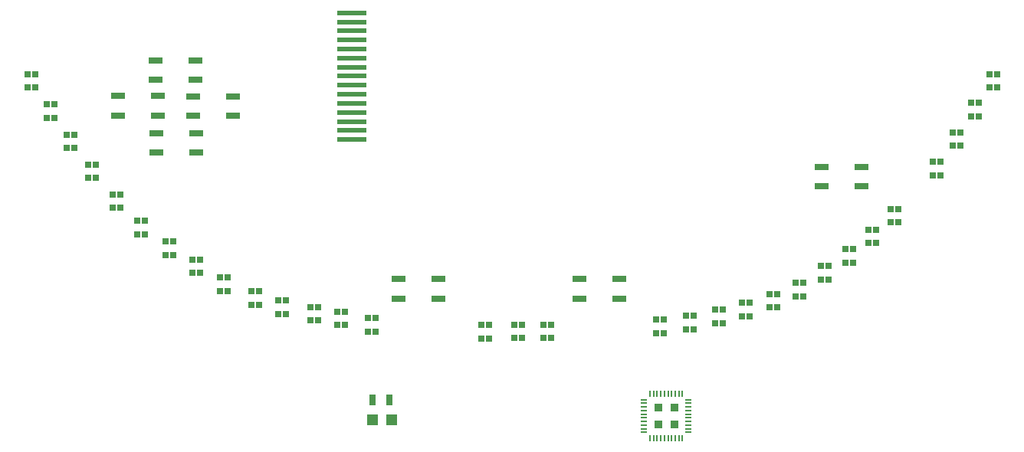
<source format=gtp>
G04 #@! TF.FileFunction,Paste,Top*
%FSLAX46Y46*%
G04 Gerber Fmt 4.6, Leading zero omitted, Abs format (unit mm)*
G04 Created by KiCad (PCBNEW 4.0.7+dfsg1-1ubuntu2) date Fri May 11 22:40:50 2018*
%MOMM*%
%LPD*%
G01*
G04 APERTURE LIST*
%ADD10C,0.100000*%
%ADD11R,1.198880X1.198880*%
%ADD12R,1.500000X0.647700*%
%ADD13O,0.680000X0.160000*%
%ADD14O,0.160000X0.680000*%
%ADD15R,0.828000X0.828000*%
%ADD16R,0.650000X0.800000*%
%ADD17R,0.700000X1.300000*%
%ADD18R,3.200000X0.500000*%
G04 APERTURE END LIST*
D10*
D11*
X113049020Y-115950000D03*
X110950980Y-115950000D03*
D12*
X86972640Y-76251160D03*
X91372640Y-76251160D03*
X86972640Y-78400000D03*
X91372640Y-78400000D03*
X82827360Y-80200000D03*
X87227360Y-80200000D03*
X82827360Y-82348840D03*
X87227360Y-82348840D03*
X87072640Y-84300000D03*
X91472640Y-84300000D03*
X87072640Y-86448840D03*
X91472640Y-86448840D03*
X91172640Y-80251160D03*
X95572640Y-80251160D03*
X91172640Y-82400000D03*
X95572640Y-82400000D03*
X138200000Y-102574420D03*
X133800000Y-102574420D03*
X138200000Y-100425580D03*
X133800000Y-100425580D03*
X160600000Y-88000000D03*
X165000000Y-88000000D03*
X160600000Y-90148840D03*
X165000000Y-90148840D03*
X113800000Y-100425580D03*
X118200000Y-100425580D03*
X113800000Y-102574420D03*
X118200000Y-102574420D03*
D13*
X140950000Y-113750000D03*
X140950000Y-114150000D03*
X140950000Y-114550000D03*
X140950000Y-114950000D03*
X140950000Y-115350000D03*
X140950000Y-115750000D03*
X140950000Y-116150000D03*
X140950000Y-116550000D03*
X140950000Y-116950000D03*
X140950000Y-117350000D03*
D14*
X141600000Y-118000000D03*
X142000000Y-118000000D03*
X142400000Y-118000000D03*
X142800000Y-118000000D03*
X143200000Y-118000000D03*
X143600000Y-118000000D03*
X144000000Y-118000000D03*
X144400000Y-118000000D03*
X144800000Y-118000000D03*
X145200000Y-118000000D03*
D13*
X145850000Y-117350000D03*
X145850000Y-116950000D03*
X145850000Y-116550000D03*
X145850000Y-116150000D03*
X145850000Y-115750000D03*
X145850000Y-115350000D03*
X145850000Y-114950000D03*
X145850000Y-114550000D03*
X145850000Y-114150000D03*
X145850000Y-113750000D03*
D14*
X145200000Y-113100000D03*
X144800000Y-113100000D03*
X144400000Y-113100000D03*
X144000000Y-113100000D03*
X143600000Y-113100000D03*
X143200000Y-113100000D03*
X142800000Y-113100000D03*
X142400000Y-113100000D03*
X142000000Y-113100000D03*
X141600000Y-113100000D03*
D15*
X144300000Y-116450000D03*
X144300000Y-114650000D03*
X142500000Y-116450000D03*
X142500000Y-114650000D03*
D16*
X168175000Y-92650000D03*
X169025000Y-94150000D03*
X169025000Y-92650000D03*
X168175000Y-94150000D03*
X72825000Y-77750000D03*
X73675000Y-79250000D03*
X73675000Y-77750000D03*
X72825000Y-79250000D03*
X97575000Y-101750000D03*
X98425000Y-103250000D03*
X98425000Y-101750000D03*
X97575000Y-103250000D03*
X148825000Y-103800000D03*
X149675000Y-105300000D03*
X149675000Y-103800000D03*
X148825000Y-105300000D03*
X179075000Y-77750000D03*
X179925000Y-79250000D03*
X179925000Y-77750000D03*
X179075000Y-79250000D03*
X74975000Y-81100000D03*
X75825000Y-82600000D03*
X75825000Y-81100000D03*
X74975000Y-82600000D03*
X77175000Y-84450000D03*
X78025000Y-85950000D03*
X78025000Y-84450000D03*
X77175000Y-85950000D03*
X79575000Y-87750000D03*
X80425000Y-89250000D03*
X80425000Y-87750000D03*
X79575000Y-89250000D03*
X82225000Y-91050000D03*
X83075000Y-92550000D03*
X83075000Y-91050000D03*
X82225000Y-92550000D03*
X84925000Y-93950000D03*
X85775000Y-95450000D03*
X85775000Y-93950000D03*
X84925000Y-95450000D03*
X88075000Y-96250000D03*
X88925000Y-97750000D03*
X88925000Y-96250000D03*
X88075000Y-97750000D03*
X91075000Y-98250000D03*
X91925000Y-99750000D03*
X91925000Y-98250000D03*
X91075000Y-99750000D03*
X94075000Y-100250000D03*
X94925000Y-101750000D03*
X94925000Y-100250000D03*
X94075000Y-101750000D03*
X129850000Y-105450000D03*
X130700000Y-106950000D03*
X130700000Y-105450000D03*
X129850000Y-106950000D03*
X104075000Y-103500000D03*
X104925000Y-105000000D03*
X104925000Y-103500000D03*
X104075000Y-105000000D03*
X107075000Y-104000000D03*
X107925000Y-105500000D03*
X107925000Y-104000000D03*
X107075000Y-105500000D03*
X110475000Y-104750000D03*
X111325000Y-106250000D03*
X111325000Y-104750000D03*
X110475000Y-106250000D03*
X122950000Y-105500000D03*
X123800000Y-107000000D03*
X123800000Y-105500000D03*
X122950000Y-107000000D03*
X126600000Y-105450000D03*
X127450000Y-106950000D03*
X127450000Y-105450000D03*
X126600000Y-106950000D03*
X142275000Y-104900000D03*
X143125000Y-106400000D03*
X143125000Y-104900000D03*
X142275000Y-106400000D03*
X163225000Y-97100000D03*
X164075000Y-98600000D03*
X164075000Y-97100000D03*
X163225000Y-98600000D03*
X145575000Y-104450000D03*
X146425000Y-105950000D03*
X146425000Y-104450000D03*
X145575000Y-105950000D03*
X175025000Y-84200000D03*
X175875000Y-85700000D03*
X175875000Y-84200000D03*
X175025000Y-85700000D03*
X151775000Y-103050000D03*
X152625000Y-104550000D03*
X152625000Y-103050000D03*
X151775000Y-104550000D03*
X154775000Y-102050000D03*
X155625000Y-103550000D03*
X155625000Y-102050000D03*
X154775000Y-103550000D03*
X157675000Y-100850000D03*
X158525000Y-102350000D03*
X158525000Y-100850000D03*
X157675000Y-102350000D03*
X160475000Y-98950000D03*
X161325000Y-100450000D03*
X161325000Y-98950000D03*
X160475000Y-100450000D03*
X165725000Y-94950000D03*
X166575000Y-96450000D03*
X166575000Y-94950000D03*
X165725000Y-96450000D03*
X172875000Y-87450000D03*
X173725000Y-88950000D03*
X173725000Y-87450000D03*
X172875000Y-88950000D03*
X177075000Y-80950000D03*
X177925000Y-82450000D03*
X177925000Y-80950000D03*
X177075000Y-82450000D03*
X100575000Y-102750000D03*
X101425000Y-104250000D03*
X101425000Y-102750000D03*
X100575000Y-104250000D03*
D17*
X112850000Y-113800000D03*
X110950000Y-113800000D03*
D18*
X108700000Y-71000000D03*
X108700000Y-73000000D03*
X108700000Y-72000000D03*
X108700000Y-74000000D03*
X108700000Y-75000000D03*
X108700000Y-76000000D03*
X108700000Y-77000000D03*
X108700000Y-78000000D03*
X108700000Y-79000000D03*
X108700000Y-80000000D03*
X108700000Y-81000000D03*
X108700000Y-82000000D03*
X108700000Y-83000000D03*
X108700000Y-84000000D03*
X108700000Y-85000000D03*
M02*

</source>
